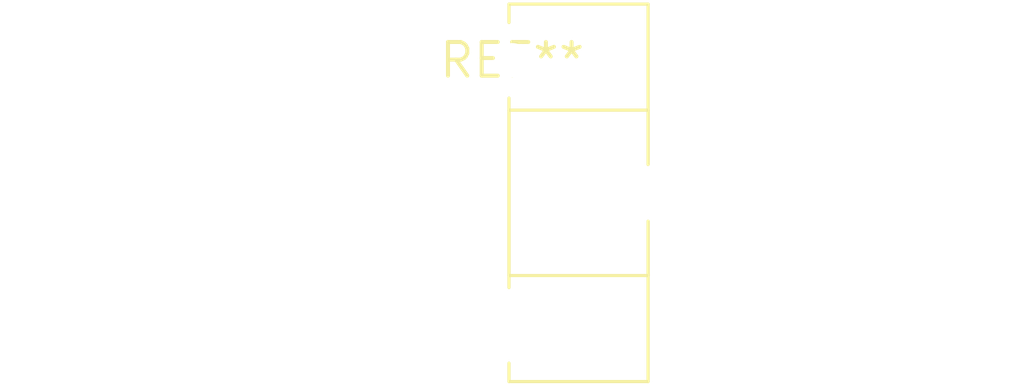
<source format=kicad_pcb>
(kicad_pcb (version 20240108) (generator pcbnew)
  (layers (0 "F.Cu" signal) (31 "B.Cu" signal) (34 "B.Paste" user) (35 "F.Paste" user) (36 "B.SilkS" user "B.Silkscreen") (37 "F.SilkS" user "F.Silkscreen") (38 "B.Mask" user) (39 "F.Mask" user) (44 "Edge.Cuts" user))
  (net 0 "")
  (footprint "Potentiometer_ACP_CA14-H4_Horizontal" (layer "F.Cu") (at 0 0)
    (property "Reference" "REF**")
    (property "Value" "Potentiometer_ACP_CA14-H4_Horizontal")
    (fp_line (start -0.121 -2.12) (end -0.121 -1.426) (layer "F.SilkS") (stroke (width 0.12)))
    (fp_line (start -0.121 -2.12) (end 5.12 -2.12) (layer "F.SilkS") (stroke (width 0.12)))
    (fp_line (start -0.121 1.426) (end -0.121 8.575) (layer "F.SilkS") (stroke (width 0.12)))
    (fp_line (start -0.121 1.88) (end -0.121 8.121) (layer "F.SilkS") (stroke (width 0.12)))
    (fp_line (start -0.121 1.88) (end 5.12 1.88) (layer "F.SilkS") (stroke (width 0.12)))
    (fp_line (start -0.121 8.121) (end 5.12 8.121) (layer "F.SilkS") (stroke (width 0.12)))
    (fp_line (start -0.121 11.425) (end -0.121 12.12) (layer "F.SilkS") (stroke (width 0.12)))
    (fp_line (start -0.121 12.12) (end 5.12 12.12) (layer "F.SilkS") (stroke (width 0.12)))
    (fp_line (start 5.12 -2.12) (end 5.12 3.928) (layer "F.SilkS") (stroke (width 0.12)))
    (fp_line (start 5.12 1.88) (end 5.12 3.928) (layer "F.SilkS") (stroke (width 0.12)))
    (fp_line (start 5.12 6.073) (end 5.12 8.121) (layer "F.SilkS") (stroke (width 0.12)))
    (fp_line (start 5.12 6.073) (end 5.12 12.12) (layer "F.SilkS") (stroke (width 0.12)))
    (pad "1" thru_hole circle (at 0 0) (size 2.34 2.34) (drill 1.3) (layers *.Cu *.Mask) (remove_unused_layers))
    (pad "2" thru_hole circle (at 4 5) (size 2.34 2.34) (drill 1.3) (layers *.Cu *.Mask) (remove_unused_layers))
    (pad "3" thru_hole circle (at 0 10) (size 2.34 2.34) (drill 1.3) (layers *.Cu *.Mask) (remove_unused_layers))
  )
)
</source>
